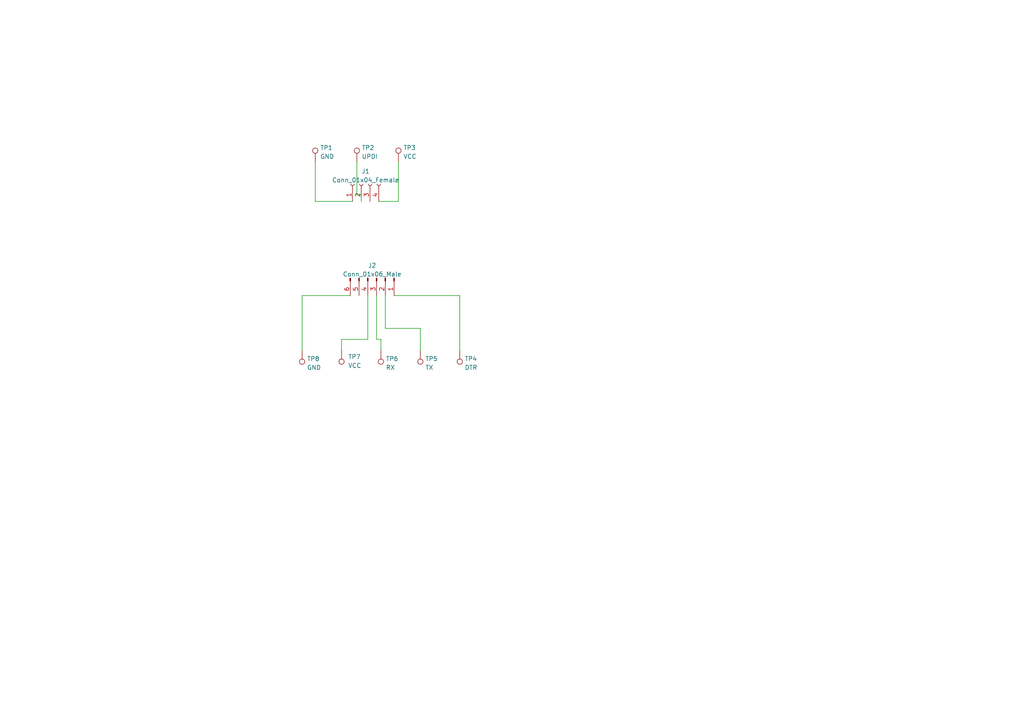
<source format=kicad_sch>
(kicad_sch (version 20211123) (generator eeschema)
  (paper "A4")
  (lib_symbols
    (symbol "Connector:Conn_01x04_Female" (pin_names (offset 1.016) hide)
      (property "Reference" "J" (at 0 5.08 0))
      (property "Value" "Conn_01x04_Female" (at 0 -7.62 0))
      (symbol "Conn_01x04_Female_1_1"
        (arc (start 0 -4.572) (mid -0.508 -5.08) (end 0 -5.588) (stroke (width 0.1524)))
        (arc (start 0 -2.032) (mid -0.508 -2.54) (end 0 -3.048) (stroke (width 0.1524)))
        (polyline (pts (xy -1.27 -5.08) (xy -0.508 -5.08)) (stroke (width 0.1524)))
        (polyline (pts (xy -1.27 -2.54) (xy -0.508 -2.54)) (stroke (width 0.1524)))
        (polyline (pts (xy -1.27 0) (xy -0.508 0)) (stroke (width 0.1524)))
        (polyline (pts (xy -1.27 2.54) (xy -0.508 2.54)) (stroke (width 0.1524)))
        (arc (start 0 0.508) (mid -0.508 0) (end 0 -0.508) (stroke (width 0.1524)))
        (arc (start 0 3.048) (mid -0.508 2.54) (end 0 2.032) (stroke (width 0.1524)))
        (pin passive line (at -5.08 2.54 0) (length 3.81) (name "Pin_1") (number "1"))
        (pin passive line (at -5.08 0 0) (length 3.81) (name "Pin_2") (number "2"))
        (pin passive line (at -5.08 -2.54 0) (length 3.81) (name "Pin_3") (number "3"))
        (pin passive line (at -5.08 -5.08 0) (length 3.81) (name "Pin_4") (number "4"))
      )
    )
    (symbol "Connector:Conn_01x06_Male" (pin_names (offset 1.016) hide)
      (property "Reference" "J" (at 0 7.62 0))
      (property "Value" "Conn_01x06_Male" (at 0 -10.16 0))
      (symbol "Conn_01x06_Male_1_1"
        (polyline (pts (xy 1.27 -7.62) (xy 0.8636 -7.62)) (stroke (width 0.1524)))
        (polyline (pts (xy 1.27 -5.08) (xy 0.8636 -5.08)) (stroke (width 0.1524)))
        (polyline (pts (xy 1.27 -2.54) (xy 0.8636 -2.54)) (stroke (width 0.1524)))
        (polyline (pts (xy 1.27 0) (xy 0.8636 0)) (stroke (width 0.1524)))
        (polyline (pts (xy 1.27 2.54) (xy 0.8636 2.54)) (stroke (width 0.1524)))
        (polyline (pts (xy 1.27 5.08) (xy 0.8636 5.08)) (stroke (width 0.1524)))
        (rectangle (start 0.8636 -7.493) (end 0 -7.747) (stroke (width 0.1524)) (fill (type outline)))
        (rectangle (start 0.8636 -4.953) (end 0 -5.207) (stroke (width 0.1524)) (fill (type outline)))
        (rectangle (start 0.8636 -2.413) (end 0 -2.667) (stroke (width 0.1524)) (fill (type outline)))
        (rectangle (start 0.8636 0.127) (end 0 -0.127) (stroke (width 0.1524)) (fill (type outline)))
        (rectangle (start 0.8636 2.667) (end 0 2.413) (stroke (width 0.1524)) (fill (type outline)))
        (rectangle (start 0.8636 5.207) (end 0 4.953) (stroke (width 0.1524)) (fill (type outline)))
        (pin passive line (at 5.08 5.08 180) (length 3.81) (name "Pin_1") (number "1"))
        (pin passive line (at 5.08 2.54 180) (length 3.81) (name "Pin_2") (number "2"))
        (pin passive line (at 5.08 0 180) (length 3.81) (name "Pin_3") (number "3"))
        (pin passive line (at 5.08 -2.54 180) (length 3.81) (name "Pin_4") (number "4"))
        (pin passive line (at 5.08 -5.08 180) (length 3.81) (name "Pin_5") (number "5"))
        (pin passive line (at 5.08 -7.62 180) (length 3.81) (name "Pin_6") (number "6"))
      )
    )
    (symbol "Connector:TestPoint" (pin_numbers hide) (pin_names (offset 0.762) hide)
      (property "Reference" "TP" (at 0 6.858 0))
      (property "Value" "TestPoint" (at 0 5.08 0))
      (symbol "TestPoint_0_1"
        (circle (center 0 3.302) (radius 0.762))
      )
      (symbol "TestPoint_1_1"
        (pin passive line (at 0 0 90) (length 2.54) (name "1") (number "1"))
      )
    )
  )
  (wire (pts (xy 110.49 101.6) (xy 110.49 98.425)))
  (wire (pts (xy 121.92 95.25) (xy 111.76 95.25)))
  (wire (pts (xy 101.6 85.725) (xy 87.63 85.725)))
  (wire (pts (xy 104.775 58.42) (xy 104.775 56.515)))
  (wire (pts (xy 115.57 58.42) (xy 115.57 46.99)))
  (wire (pts (xy 109.22 85.725) (xy 109.22 98.425)))
  (wire (pts (xy 91.44 58.42) (xy 91.44 46.99)))
  (wire (pts (xy 87.63 85.725) (xy 87.63 101.6)))
  (wire (pts (xy 110.49 98.425) (xy 109.22 98.425)))
  (wire (pts (xy 111.76 95.25) (xy 111.76 85.725)))
  (wire (pts (xy 103.505 56.515) (xy 103.505 46.99)))
  (wire (pts (xy 99.06 98.425) (xy 106.68 98.425)))
  (wire (pts (xy 104.775 56.515) (xy 103.505 56.515)))
  (wire (pts (xy 99.06 98.425) (xy 99.06 101.6)))
  (wire (pts (xy 133.35 85.725) (xy 133.35 101.6)))
  (wire (pts (xy 114.3 85.725) (xy 133.35 85.725)))
  (wire (pts (xy 102.235 58.42) (xy 91.44 58.42)))
  (wire (pts (xy 121.92 95.25) (xy 121.92 101.6)))
  (wire (pts (xy 106.68 85.725) (xy 106.68 98.425)))
  (wire (pts (xy 109.855 58.42) (xy 115.57 58.42)))
  (symbol (lib_id "Connector:TestPoint") (at 110.49 101.6 180) (unit 1)
    (property "Reference" "TP6" (at 111.887 104.0673 0) (effects (justify right)))
    (property "Value" "RX" (at 111.887 106.6042 0) (effects (justify right)))
    (property "Footprint" "unsurv_offline_pcb_footprints:PogoPin_2_2mm_circular" (effects hide))
  )
  (symbol (lib_id "Connector:TestPoint") (at 91.44 46.99 0) (unit 1)
    (property "Reference" "TP1" (at 92.837 42.8533 0) (effects (justify left)))
    (property "Value" "GND" (at 92.837 45.3902 0) (effects (justify left)))
    (property "Footprint" "unsurv_offline_pcb_footprints:PogoPin_2_2mm_circular" (effects hide))
  )
  (symbol (lib_id "Connector:Conn_01x04_Female") (at 104.775 53.34 90) (unit 1)
    (property "Reference" "J1" (at 106.045 49.691 90))
    (property "Value" "Conn_01x04_Female" (at 106.045 52.2279 90))
    (property "Footprint" "Connector_PinHeader_2.54mm:PinHeader_1x04_P2.54mm_Horizontal" (effects hide))
  )
  (symbol (lib_id "Connector:TestPoint") (at 87.63 101.6 180) (unit 1)
    (property "Reference" "TP8" (at 89.027 104.0673 0) (effects (justify right)))
    (property "Value" "GND" (at 89.027 106.6042 0) (effects (justify right)))
    (property "Footprint" "unsurv_offline_pcb_footprints:PogoPin_2_2mm_circular" (effects hide))
  )
  (symbol (lib_id "Connector:TestPoint") (at 133.35 101.6 180) (unit 1)
    (property "Reference" "TP4" (at 134.747 104.0673 0) (effects (justify right)))
    (property "Value" "DTR" (at 134.747 106.6042 0) (effects (justify right)))
    (property "Footprint" "unsurv_offline_pcb_footprints:PogoPin_2_2mm_circular" (effects hide))
  )
  (symbol (lib_id "Connector:TestPoint") (at 103.505 46.99 0) (unit 1)
    (property "Reference" "TP2" (at 104.902 42.8533 0) (effects (justify left)))
    (property "Value" "UPDI" (at 104.902 45.3902 0) (effects (justify left)))
    (property "Footprint" "unsurv_offline_pcb_footprints:PogoPin_2_2mm_circular" (effects hide))
  )
  (symbol (lib_id "Connector:TestPoint") (at 121.92 101.6 180) (unit 1)
    (property "Reference" "TP5" (at 123.317 104.0673 0) (effects (justify right)))
    (property "Value" "TX" (at 123.317 106.6042 0) (effects (justify right)))
    (property "Footprint" "unsurv_offline_pcb_footprints:PogoPin_2_2mm_circular" (effects hide))
  )
  (symbol (lib_id "Connector:Conn_01x06_Male") (at 109.22 80.645 270) (unit 1)
    (property "Reference" "J2" (at 107.95 76.996 90))
    (property "Value" "Conn_01x06_Male" (at 107.95 79.5329 90))
    (property "Footprint" "Connector_PinHeader_2.54mm:PinHeader_1x06_P2.54mm_Horizontal" (effects hide))
  )
  (symbol (lib_id "Connector:TestPoint") (at 99.06 101.6 180) (unit 1)
    (property "Reference" "TP7" (at 100.965 103.505 0) (effects (justify right)))
    (property "Value" "VCC" (at 100.965 106.0419 0) (effects (justify right)))
    (property "Footprint" "unsurv_offline_pcb_footprints:PogoPin_2_2mm_circular" (effects hide))
  )
  (symbol (lib_id "Connector:TestPoint") (at 115.57 46.99 0) (unit 1)
    (property "Reference" "TP3" (at 116.967 42.8533 0) (effects (justify left)))
    (property "Value" "VCC" (at 116.967 45.3902 0) (effects (justify left)))
    (property "Footprint" "unsurv_offline_pcb_footprints:PogoPin_2_2mm_circular" (effects hide))
  )
)
</source>
